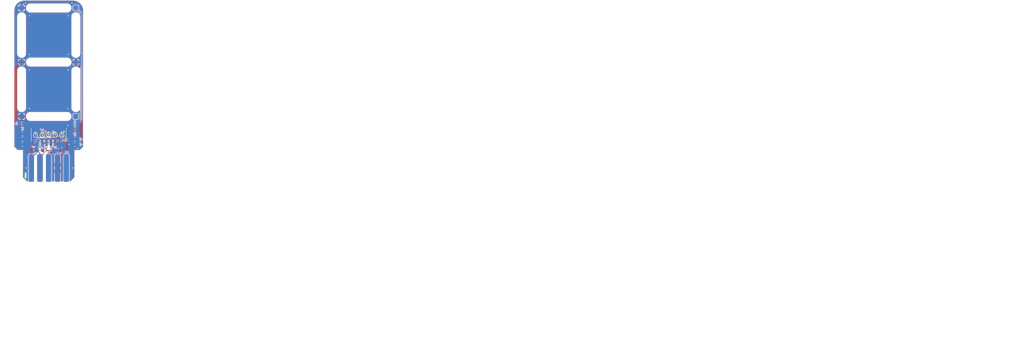
<source format=kicad_pcb>
(kicad_pcb (version 20240108) (generator "pcbnew") (generator_version "8.0")
  (layers (0 "F.Cu" signal) (31 "B.Cu" signal) (34 "B.Paste" user) (35 "F.Paste" user) (36 "B.SilkS" user "B.Silkscreen") (37 "F.SilkS" user "F.Silkscreen") (38 "B.Mask" user) (39 "F.Mask" user) (44 "Edge.Cuts" user))
  (net 0 "")
  (net 1 "MISO")
  (net 2 "GND")
  (net 3 "~{OE}")
  (net 4 "LATCH")
  (net 5 "CLK")
  (net 6 "~{CLEAR}")
  (net 7 "VCC")
  (net 8 "Net-(U1-QA)")
  (net 9 "Net-(U1-QB)")
  (net 10 "Net-(U1-QC)")
  (net 11 "Net-(U1-QD)")
  (net 12 "Net-(U1-QE)")
  (net 13 "Net-(U1-QF)")
  (net 14 "Net-(U1-QG)")
  (net 16 "CHAIN")
  (net 17 "/A")
  (net 18 "/B")
  (net 19 "/C")
  (net 20 "/D")
  (net 21 "/E")
  (net 22 "/F")
  (net 23 "/G")
  (footprint "footprints:edge-2.54-10p" (layer "F.Cu") (at 108.6358 87.122)
    (property "Reference" "J1" (hide yes))
    (property "Value" "Conn_02x05_Counter_Clockwise" (hide yes))
    (pad "1" smd roundrect (at -5.08 0) (size 1.6 8) (layers "F.Cu" "F.Mask") (net 1 "MISO"))
    (pad "2" smd roundrect (at -2.54 0) (size 1.6 8) (layers "F.Cu" "F.Mask") (net 6 "~{CLEAR}"))
    (pad "3" smd roundrect (at 0 0) (size 1.6 8) (layers "F.Cu" "F.Mask") (net 5 "CLK"))
    (pad "4" smd roundrect (at 2.54 0) (size 1.6 8) (layers "F.Cu" "F.Mask") (net 7 "VCC"))
    (pad "5" smd roundrect (at 5.08 0) (size 1.6 8) (layers "F.Cu" "F.Mask") (net 16 "CHAIN"))
    (pad "6" smd roundrect (at 5.08 0) (size 1.6 8) (layers "B.Cu" "B.Mask") (net 1 "MISO"))
    (pad "7" smd roundrect (at 2.54 0) (size 1.6 8) (layers "B.Cu" "B.Mask") (net 2 "GND"))
    (pad "8" smd roundrect (at 0 0) (size 1.6 8) (layers "B.Cu" "B.Mask") (net 3 "~{OE}"))
    (pad "9" smd roundrect (at -2.54 0) (size 1.6 8) (layers "B.Cu" "B.Mask") (net 4 "LATCH"))
    (pad "10" smd roundrect (at -5.08 0) (size 1.6 8) (layers "B.Cu" "B.Mask") (net 16 "CHAIN"))
  )
  (footprint "footprints:led_landing_pad" (layer "F.Cu") (at 116.5098 72.136)
    (property "Reference" "TP4" (hide yes))
    (property "Value" "C" (hide yes))
    (pad "1" smd roundrect (at 0 0) (size 1.524 1.524) (layers "F.Cu" "F.Mask") (roundrect_rratio 0.1640419948) (net 19 "/C"))
  )
  (footprint "Resistor_SMD:R_0603_1608Metric" (layer "F.Cu") (at 116.2558 77.216)
    (property "Reference" "R9" (hide yes))
    (property "Value" "270r")
    (pad "1" smd roundrect (at -0.825 0) (size 0.8 0.95) (layers "F.Cu" "F.Paste" "F.Mask") (net 11 "Net-(U1-QD)"))
    (pad "2" smd roundrect (at 0.825 0) (size 0.8 0.95) (layers "F.Cu" "F.Paste" "F.Mask") (net 20 "/D"))
  )
  (footprint "Resistor_SMD:R_0603_1608Metric" (layer "F.Cu") (at 101.0158 78.74)
    (property "Reference" "R2" (hide yes))
    (property "Value" "100k")
    (pad "1" smd roundrect (at -0.825 0) (size 0.8 0.95) (layers "F.Cu" "F.Paste" "F.Mask") (net 2 "GND"))
    (pad "2" smd roundrect (at 0.825 0) (size 0.8 0.95) (layers "F.Cu" "F.Paste" "F.Mask") (net 3 "~{OE}"))
  )
  (footprint "footprints:led_landing_pad" (layer "F.Cu") (at 100.7618 56.388)
    (property "Reference" "TP11" (hide yes))
    (property "Value" "GND" (hide yes))
    (pad "1" smd roundrect (at 0 0) (size 1.524 1.524) (layers "F.Cu" "F.Mask") (roundrect_rratio 0.1640419948) (net 2 "GND"))
  )
  (footprint "footprints:led_landing_pad" (layer "F.Cu") (at 100.7618 72.136)
    (property "Reference" "TP9" (hide yes))
    (property "Value" "GND" (hide yes))
    (pad "1" smd roundrect (at 0 0) (size 1.524 1.524) (layers "F.Cu" "F.Mask") (roundrect_rratio 0.1640419948) (net 2 "GND"))
  )
  (footprint "Resistor_SMD:R_0603_1608Metric" (layer "F.Cu") (at 116.2558 80.264)
    (property "Reference" "R6" (hide yes))
    (property "Value" "270r")
    (pad "1" smd roundrect (at -0.825 0) (size 0.8 0.95) (layers "F.Cu" "F.Paste" "F.Mask") (net 8 "Net-(U1-QA)"))
    (pad "2" smd roundrect (at 0.825 0) (size 0.8 0.95) (layers "F.Cu" "F.Paste" "F.Mask") (net 17 "/A"))
  )
  (footprint "LOGO" (layer "F.Cu") (at 110.5408 77.47)
    (property "Reference" "G***" (hide yes))
    (property "Value" "LOGO" (hide yes))
  )
  (footprint "Package_SO:SOIC-16_3.9x9.9mm_P1.27mm" (layer "F.Cu") (at 108.6358 77.47 -90)
    (property "Reference" "U1" (hide yes))
    (property "Value" "74HC595")
    (pad "1" smd roundrect (at -2.475 -4.445 270) (size 1.95 0.6) (layers "F.Cu" "F.Paste" "F.Mask") (net 9 "Net-(U1-QB)"))
    (pad "2" smd roundrect (at -2.475 -3.175 270) (size 1.95 0.6) (layers "F.Cu" "F.Paste" "F.Mask") (net 10 "Net-(U1-QC)"))
    (pad "3" smd roundrect (at -2.475 -1.905 270) (size 1.95 0.6) (layers "F.Cu" "F.Paste" "F.Mask") (net 11 "Net-(U1-QD)"))
    (pad "4" smd roundrect (at -2.475 -0.635 270) (size 1.95 0.6) (layers "F.Cu" "F.Paste" "F.Mask") (net 12 "Net-(U1-QE)"))
    (pad "5" smd roundrect (at -2.475 0.635 270) (size 1.95 0.6) (layers "F.Cu" "F.Paste" "F.Mask") (net 13 "Net-(U1-QF)"))
    (pad "6" smd roundrect (at -2.475 1.905 270) (size 1.95 0.6) (layers "F.Cu" "F.Paste" "F.Mask") (net 14 "Net-(U1-QG)"))
    (pad "7" smd roundrect (at -2.475 3.175 270) (size 1.95 0.6) (layers "F.Cu" "F.Paste" "F.Mask"))
    (pad "8" smd roundrect (at -2.475 4.445 270) (size 1.95 0.6) (layers "F.Cu" "F.Paste" "F.Mask") (net 2 "GND"))
    (pad "9" smd roundrect (at 2.475 4.445 270) (size 1.95 0.6) (layers "F.Cu" "F.Paste" "F.Mask") (net 16 "CHAIN"))
    (pad "10" smd roundrect (at 2.475 3.175 270) (size 1.95 0.6) (layers "F.Cu" "F.Paste" "F.Mask") (net 6 "~{CLEAR}"))
    (pad "11" smd roundrect (at 2.475 1.905 270) (size 1.95 0.6) (layers "F.Cu" "F.Paste" "F.Mask") (net 5 "CLK"))
    (pad "12" smd roundrect (at 2.475 0.635 270) (size 1.95 0.6) (layers "F.Cu" "F.Paste" "F.Mask") (net 4 "LATCH"))
    (pad "13" smd roundrect (at 2.475 -0.635 270) (size 1.95 0.6) (layers "F.Cu" "F.Paste" "F.Mask") (net 3 "~{OE}"))
    (pad "14" smd roundrect (at 2.475 -1.905 270) (size 1.95 0.6) (layers "F.Cu" "F.Paste" "F.Mask") (net 1 "MISO"))
    (pad "15" smd roundrect (at 2.475 -3.175 270) (size 1.95 0.6) (layers "F.Cu" "F.Paste" "F.Mask") (net 8 "Net-(U1-QA)"))
    (pad "16" smd roundrect (at 2.475 -4.445 270) (size 1.95 0.6) (layers "F.Cu" "F.Paste" "F.Mask") (net 7 "VCC"))
  )
  (footprint "footprints:led_landing_pad" (layer "F.Cu") (at 100.7618 40.64)
    (property "Reference" "TP13" (hide yes))
    (property "Value" "GND" (hide yes))
    (pad "1" smd roundrect (at 0 0) (size 1.524 1.524) (layers "F.Cu" "F.Mask") (roundrect_rratio 0.1640419948) (net 2 "GND"))
  )
  (footprint "LOGO" (layer "F.Cu") (at 106.7308 77.47)
    (property "Reference" "G***" (hide yes))
    (property "Value" "LOGO" (hide yes))
  )
  (footprint "Resistor_SMD:R_0603_1608Metric" (layer "F.Cu") (at 101.0158 74.168 180)
    (property "Reference" "R11" (hide yes))
    (property "Value" "270r")
    (pad "1" smd roundrect (at -0.825 0 180) (size 0.8 0.95) (layers "F.Cu" "F.Paste" "F.Mask") (net 13 "Net-(U1-QF)"))
    (pad "2" smd roundrect (at 0.825 0 180) (size 0.8 0.95) (layers "F.Cu" "F.Paste" "F.Mask") (net 22 "/F"))
  )
  (footprint "LOGO" (layer "F.Cu") (at 112.4458 77.47)
    (property "Reference" "G***" (hide yes))
    (property "Value" "LOGO" (hide yes))
  )
  (footprint "footprints:led_landing_pad" (layer "F.Cu") (at 116.5098 40.64)
    (property "Reference" "TP3" (hide yes))
    (property "Value" "B" (hide yes))
    (pad "1" smd roundrect (at 0 0) (size 1.524 1.524) (layers "F.Cu" "F.Mask") (roundrect_rratio 0.1640419948) (net 18 "/B"))
  )
  (footprint "LOGO" (layer "F.Cu") (at 108.6358 77.47)
    (property "Reference" "G***" (hide yes))
    (property "Value" "LOGO" (hide yes))
  )
  (footprint "Resistor_SMD:R_0603_1608Metric" (layer "F.Cu") (at 111.1758 82.042 180)
    (property "Reference" "R4" (hide yes))
    (property "Value" "100k")
    (pad "1" smd roundrect (at -0.825 0 180) (size 0.8 0.95) (layers "F.Cu" "F.Paste" "F.Mask") (net 2 "GND"))
    (pad "2" smd roundrect (at 0.825 0 180) (size 0.8 0.95) (layers "F.Cu" "F.Paste" "F.Mask") (net 5 "CLK"))
  )
  (footprint "Resistor_SMD:R_0603_1608Metric" (layer "F.Cu") (at 101.0158 77.216)
    (property "Reference" "R3" (hide yes))
    (property "Value" "100k")
    (pad "1" smd roundrect (at -0.825 0) (size 0.8 0.95) (layers "F.Cu" "F.Paste" "F.Mask") (net 2 "GND"))
    (pad "2" smd roundrect (at 0.825 0) (size 0.8 0.95) (layers "F.Cu" "F.Paste" "F.Mask") (net 1 "MISO"))
  )
  (footprint "LOGO" (layer "F.Cu") (at 104.8258 77.47)
    (property "Reference" "G***" (hide yes))
    (property "Value" "LOGO" (hide yes))
  )
  (footprint "Resistor_SMD:R_0603_1608Metric" (layer "F.Cu") (at 101.0158 80.264)
    (property "Reference" "R1" (hide yes))
    (property "Value" "100k")
    (pad "1" smd roundrect (at -0.825 0) (size 0.8 0.95) (layers "F.Cu" "F.Paste" "F.Mask") (net 2 "GND"))
    (pad "2" smd roundrect (at 0.825 0) (size 0.8 0.95) (layers "F.Cu" "F.Paste" "F.Mask") (net 4 "LATCH"))
  )
  (footprint "Resistor_SMD:R_0603_1608Metric" (layer "F.Cu") (at 116.2558 78.74)
    (property "Reference" "R12" (hide yes))
    (property "Value" "270r")
    (pad "1" smd roundrect (at -0.825 0) (size 0.8 0.95) (layers "F.Cu" "F.Paste" "F.Mask") (net 14 "Net-(U1-QG)"))
    (pad "2" smd roundrect (at 0.825 0) (size 0.8 0.95) (layers "F.Cu" "F.Paste" "F.Mask") (net 23 "/G"))
  )
  (footprint "footprints:led_landing_pad" (layer "F.Cu") (at 116.5098 56.388)
    (property "Reference" "TP12" (hide yes))
    (property "Value" "GND" (hide yes))
    (pad "1" smd roundrect (at 0 0) (size 1.524 1.524) (layers "F.Cu" "F.Mask") (roundrect_rratio 0.1640419948) (net 2 "GND"))
  )
  (footprint "Resistor_SMD:R_0603_1608Metric" (layer "F.Cu") (at 116.2558 74.168)
    (property "Reference" "R7" (hide yes))
    (property "Value" "270r")
    (pad "1" smd roundrect (at -0.825 0) (size 0.8 0.95) (layers "F.Cu" "F.Paste" "F.Mask") (net 9 "Net-(U1-QB)"))
    (pad "2" smd roundrect (at 0.825 0) (size 0.8 0.95) (layers "F.Cu" "F.Paste" "F.Mask") (net 18 "/B"))
  )
  (footprint "Resistor_SMD:R_0603_1608Metric" (layer "F.Cu") (at 106.0958 82.042)
    (property "Reference" "R5" (hide yes))
    (property "Value" "100k")
    (pad "1" smd roundrect (at -0.825 0) (size 0.8 0.95) (layers "F.Cu" "F.Paste" "F.Mask") (net 6 "~{CLEAR}"))
    (pad "2" smd roundrect (at 0.825 0) (size 0.8 0.95) (layers "F.Cu" "F.Paste" "F.Mask") (net 7 "VCC"))
  )
  (footprint "Resistor_SMD:R_0603_1608Metric" (layer "F.Cu") (at 116.2558 75.692)
    (property "Reference" "R8" (hide yes))
    (property "Value" "270r")
    (pad "1" smd roundrect (at -0.825 0) (size 0.8 0.95) (layers "F.Cu" "F.Paste" "F.Mask") (net 10 "Net-(U1-QC)"))
    (pad "2" smd roundrect (at 0.825 0) (size 0.8 0.95) (layers "F.Cu" "F.Paste" "F.Mask") (net 19 "/C"))
  )
  (footprint "Resistor_SMD:R_0603_1608Metric" (layer "F.Cu") (at 101.0158 75.692 180)
    (property "Reference" "R10" (hide yes))
    (property "Value" "270r")
    (pad "1" smd roundrect (at -0.825 0 180) (size 0.8 0.95) (layers "F.Cu" "F.Paste" "F.Mask") (net 12 "Net-(U1-QE)"))
    (pad "2" smd roundrect (at 0.825 0 180) (size 0.8 0.95) (layers "F.Cu" "F.Paste" "F.Mask") (net 21 "/E"))
  )
  (footprint "footprints:led_landing_pad" (layer "B.Cu") (at 116.5098 72.136 180)
    (property "Reference" "TP5" (hide yes))
    (property "Value" "D" (hide yes))
    (pad "1" smd roundrect (at 0 0 180) (size 1.524 1.524) (layers "B.Cu" "B.Mask") (roundrect_rratio 0.1640419948) (net 20 "/D"))
  )
  (footprint "footprints:led_landing_pad" (layer "B.Cu") (at 100.7618 56.388 180)
    (property "Reference" "TP7" (hide yes))
    (property "Value" "F" (hide yes))
    (pad "1" smd roundrect (at 0 0 180) (size 1.524 1.524) (layers "B.Cu" "B.Mask") (roundrect_rratio 0.1640419948) (net 22 "/F"))
  )
  (footprint "footprints:led_landing_pad" (layer "B.Cu") (at 116.5098 40.64 180)
    (property "Reference" "TP2" (hide yes))
    (property "Value" "A" (hide yes))
    (pad "1" smd roundrect (at 0 0 180) (size 1.524 1.524) (layers "B.Cu" "B.Mask") (roundrect_rratio 0.1640419948) (net 17 "/A"))
  )
  (footprint "footprints:led_landing_pad" (layer "B.Cu") (at 116.5098 56.388 180)
    (property "Reference" "TP8" (hide yes))
    (property "Value" "G" (hide yes))
    (pad "1" smd roundrect (at 0 0 180) (size 1.524 1.524) (layers "B.Cu" "B.Mask") (roundrect_rratio 0.1640419948) (net 23 "/G"))
  )
  (footprint "footprints:led_landing_pad" (layer "B.Cu") (at 100.7618 72.136 180)
    (property "Reference" "TP6" (hide yes))
    (property "Value" "E" (hide yes))
    (pad "1" smd roundrect (at 0 0 180) (size 1.524 1.524) (layers "B.Cu" "B.Mask") (roundrect_rratio 0.1640419948) (net 21 "/E"))
  )
  (footprint "footprints:led_landing_pad" (layer "B.Cu") (at 100.7618 40.64 180)
    (property "Reference" "TP10" (hide yes))
    (property "Value" "GND" (hide yes))
    (pad "1" smd roundrect (at 0 0 180) (size 1.524 1.524) (layers "B.Cu" "B.Mask") (roundrect_rratio 0.1640419948) (net 2 "GND"))
  )
  (gr_line (start 101.9048 89.916) (end 101.9048 88.646) (stroke (width 0.5)) (layer "F.SilkS"))
  (gr_arc (start 113.969801 70.993) (mid 115.1128 72.136) (end 113.969801 73.279) (stroke (width 0.05)) (layer "Edge.Cuts"))
  (gr_line (start 103.301799 73.279) (end 113.969801 73.279) (stroke (width 0.05)) (layer "Edge.Cuts"))
  (gr_arc (start 103.301799 57.531) (mid 102.1588 56.388) (end 103.301799 55.245) (stroke (width 0.05)) (layer "Edge.Cuts"))
  (gr_line (start 113.969801 39.497) (end 103.301799 39.497) (stroke (width 0.05)) (layer "Edge.Cuts"))
  (gr_line (start 101.9048 53.848002) (end 101.9048 43.18) (stroke (width 0.05)) (layer "Edge.Cuts"))
  (gr_arc (start 117.6528 53.848001) (mid 116.5098 54.991001) (end 115.3668 53.848001) (stroke (width 0.05)) (layer "Edge.Cuts"))
  (gr_line (start 101.9048 69.596001) (end 101.9048 58.927999) (stroke (width 0.05)) (layer "Edge.Cuts"))
  (gr_line (start 103.301799 41.783) (end 113.969801 41.783) (stroke (width 0.05)) (layer "Edge.Cuts"))
  (gr_line (start 116.2558 82.042) (end 117.7798 82.042) (stroke (width 0.05)) (layer "Edge.Cuts"))
  (gr_arc (start 113.969801 55.245) (mid 115.1128 56.388) (end 113.969801 57.531) (stroke (width 0.05)) (layer "Edge.Cuts"))
  (gr_arc (start 115.7478 38.354) (mid 117.903061 39.246739) (end 118.7958 41.402) (stroke (width 0.05)) (layer "Edge.Cuts"))
  (gr_arc (start 99.6188 58.927999) (mid 100.7618 57.784999) (end 101.9048 58.927999) (stroke (width 0.05)) (layer "Edge.Cuts"))
  (gr_line (start 113.969801 70.993) (end 103.301799 70.993) (stroke (width 0.05)) (layer "Edge.Cuts"))
  (gr_line (start 115.3668 43.179999) (end 115.3668 53.848001) (stroke (width 0.05)) (layer "Edge.Cuts"))
  (gr_arc (start 101.9048 69.596001) (mid 100.7618 70.739001) (end 99.6188 69.596001) (stroke (width 0.05)) (layer "Edge.Cuts"))
  (gr_line (start 98.4758 41.402) (end 98.4758 81.026) (stroke (width 0.05)) (layer "Edge.Cuts"))
  (gr_line (start 114.9858 91.186) (end 102.2858 91.186) (stroke (width 0.05)) (layer "Edge.Cuts"))
  (gr_line (start 99.6188 43.18) (end 99.6188 53.848002) (stroke (width 0.05)) (layer "Edge.Cuts"))
  (gr_arc (start 115.3668 43.179999) (mid 116.5098 42.036999) (end 117.6528 43.179999) (stroke (width 0.05)) (layer "Edge.Cuts"))
  (gr_line (start 101.0158 89.916) (end 101.0158 82.042) (stroke (width 0.05)) (layer "Edge.Cuts"))
  (gr_line (start 101.0158 82.042) (end 99.4918 82.042) (stroke (width 0.05)) (layer "Edge.Cuts"))
  (gr_arc (start 101.9048 53.848002) (mid 100.7618 54.991002) (end 99.6188 53.848002) (stroke (width 0.05)) (layer "Edge.Cuts"))
  (gr_line (start 118.7958 81.026) (end 117.7798 82.042) (stroke (width 0.05)) (layer "Edge.Cuts"))
  (gr_line (start 117.6528 69.596) (end 117.6528 58.927998) (stroke (width 0.05)) (layer "Edge.Cuts"))
  (gr_arc (start 117.6528 69.596) (mid 116.5098 70.739) (end 115.3668 69.596) (stroke (width 0.05)) (layer "Edge.Cuts"))
  (gr_arc (start 99.6188 43.18) (mid 100.7618 42.037) (end 101.9048 43.18) (stroke (width 0.05)) (layer "Edge.Cuts"))
  (gr_line (start 101.0158 89.916) (end 102.2858 91.186) (stroke (width 0.05)) (layer "Edge.Cuts"))
  (gr_line (start 103.301799 57.531) (end 113.969801 57.531) (stroke (width 0.05)) (layer "Edge.Cuts"))
  (gr_line (start 118.7958 81.026) (end 118.7958 41.402) (stroke (width 0.05)) (layer "Edge.Cuts"))
  (gr_arc (start 103.301799 41.783) (mid 102.1588 40.64) (end 103.301799 39.497) (stroke (width 0.05)) (layer "Edge.Cuts"))
  (gr_line (start 117.6528 53.848001) (end 117.6528 43.179999) (stroke (width 0.05)) (layer "Edge.Cuts"))
  (gr_line (start 116.2558 82.042) (end 116.2558 89.916) (stroke (width 0.05)) (layer "Edge.Cuts"))
  (gr_line (start 98.4758 81.026) (end 99.4918 82.042) (stroke (width 0.05)) (layer "Edge.Cuts"))
  (gr_arc (start 98.4758 41.402) (mid 99.368539 39.246739) (end 101.5238 38.354) (stroke (width 0.05)) (layer "Edge.Cuts"))
  (gr_line (start 115.7478 38.354) (end 101.5238 38.354) (stroke (width 0.05)) (layer "Edge.Cuts"))
  (gr_arc (start 113.969801 39.497) (mid 115.1128 40.64) (end 113.969801 41.783) (stroke (width 0.05)) (layer "Edge.Cuts"))
  (gr_line (start 116.2558 89.916) (end 114.9858 91.186) (stroke (width 0.05)) (layer "Edge.Cuts"))
  (gr_line (start 99.6188 58.927999) (end 99.6188 69.596001) (stroke (width 0.05)) (layer "Edge.Cuts"))
  (gr_line (start 113.969801 55.245) (end 103.301799 55.245) (stroke (width 0.05)) (layer "Edge.Cuts"))
  (gr_arc (start 115.3668 58.927998) (mid 116.5098 57.784998) (end 117.6528 58.927998) (stroke (width 0.05)) (layer "Edge.Cuts"))
  (gr_arc (start 103.301799 73.279) (mid 102.1588 72.136) (end 103.301799 70.993) (stroke (width 0.05)) (layer "Edge.Cuts"))
  (gr_line (start 115.3668 58.927998) (end 115.3668 69.596) (stroke (width 0.05)) (layer "Edge.Cuts"))
  (segment (start 108.7374 77.4192) (end 102.044 77.4192) (width 0.2) (layer "F.Cu") (net 1))
  (segment (start 104.8258 83.0072) (end 103.5558 84.2772) (width 0.2) (layer "F.Cu") (net 1))
  (segment (start 103.5558 84.2772) (end 103.5558 87.122) (width 0.2) (layer "F.Cu") (net 1))
  (segment (start 110.5408 80.9244) (end 110.5408 79.2226) (width 0.2) (layer "F.Cu") (net 1))
  (segment (start 102.044 77.4192) (end 101.8408 77.216) (width 0.2) (layer "F.Cu") (net 1))
  (segment (start 110.5408 79.2226) (end 108.7374 77.4192) (width 0.2) (layer "F.Cu") (net 1))
  (via (at 104.8258 83.0072) (size 0.6) (drill 0.3) (layers "F.Cu" "B.Cu") (net 1))
  (via (at 110.5408 80.9244) (size 0.6) (drill 0.3) (layers "F.Cu" "B.Cu") (net 1))
  (segment (start 107.914271 80.1624) (end 109.8042 80.1624) (width 0.2) (layer "B.Cu") (net 1))
  (segment (start 109.8042 80.1624) (end 110.5408 80.899) (width 0.2) (layer "B.Cu") (net 1))
  (segment (start 110.5408 80.899) (end 110.5408 80.9244) (width 0.2) (layer "B.Cu") (net 1))
  (segment (start 113.7158 87.122) (end 113.7158 84.0994) (width 0.2) (layer "B.Cu") (net 1))
  (segment (start 104.8258 83.0072) (end 105.791 82.042) (width 0.2) (layer "B.Cu") (net 1))
  (segment (start 106.5022 82.042) (end 107.061 81.4832) (width 0.2) (layer "B.Cu") (net 1))
  (segment (start 105.791 82.042) (end 106.5022 82.042) (width 0.2) (layer "B.Cu") (net 1))
  (segment (start 107.061 81.015671) (end 107.914271 80.1624) (width 0.2) (layer "B.Cu") (net 1))
  (segment (start 113.7158 84.0994) (end 110.5408 80.9244) (width 0.2) (layer "B.Cu") (net 1))
  (segment (start 107.061 81.4832) (end 107.061 81.015671) (width 0.2) (layer "B.Cu") (net 1))
  (via (at 114.2238 42.926) (size 0.6) (drill 0.3) (layers "F.Cu" "B.Cu") (net 2))
  (via (at 114.2238 74.803) (size 0.6) (drill 0.3) (layers "F.Cu" "B.Cu") (net 2))
  (via (at 114.5286 80.264) (size 0.6) (drill 0.3) (layers "F.Cu" "B.Cu") (net 2))
  (via (at 102.0318 87.122) (size 0.6) (drill 0.3) (layers "F.Cu" "B.Cu") (net 2))
  (via (at 114.2238 58.674) (size 0.6) (drill 0.3) (layers "F.Cu" "B.Cu") (net 2))
  (via (at 115.3668 39.243) (size 0.6) (drill 0.3) (layers "F.Cu" "B.Cu") (net 2))
  (via (at 117.0686 81.3816) (size 0.6) (drill 0.3) (layers "F.Cu" "B.Cu") (net 2))
  (via (at 112.4458 81.2292) (size 0.6) (drill 0.3) (layers "F.Cu" "B.Cu") (net 2))
  (via (at 115.4938 87.122) (size 0.6) (drill 0.3) (layers "F.Cu" "B.Cu") (net 2))
  (via (at 103.0478 54.102) (size 0.6) (drill 0.3) (layers "F.Cu" "B.Cu") (net 2))
  (via (at 104.267 82.042) (size 0.6) (drill 0.3) (layers "F.Cu" "B.Cu") (net 2))
  (via (at 114.2238 69.85) (size 0.6) (drill 0.3) (layers "F.Cu" "B.Cu") (net 2))
  (via (at 103.0478 42.926) (size 0.6) (drill 0.3) (layers "F.Cu" "B.Cu") (net 2))
  (via (at 103.0478 69.85) (size 0.6) (drill 0.3) (layers "F.Cu" "B.Cu") (net 2))
  (via (at 103.0478 58.674) (size 0.6) (drill 0.3) (layers "F.Cu" "B.Cu") (net 2))
  (via (at 101.9048 39.243) (size 0.6) (drill 0.3) (layers "F.Cu" "B.Cu") (net 2))
  (via (at 114.2238 54.102) (size 0.6) (drill 0.3) (layers "F.Cu" "B.Cu") (net 2))
  (via (at 109.9058 83.0072) (size 0.6) (drill 0.3) (layers "F.Cu" "B.Cu") (net 2))
  (segment (start 109.2708 80.9244) (end 109.2708 79.945) (width 0.2) (layer "F.Cu") (net 3))
  (segment (start 109.2708 79.2734) (end 108.0262 78.0288) (width 0.2) (layer "F.Cu") (net 3))
  (segment (start 102.552 78.0288) (end 101.8408 78.74) (width 0.2) (layer "F.Cu") (net 3))
  (segment (start 109.2708 80.9244) (end 109.2708 79.2734) (width 0.2) (layer "F.Cu") (net 3))
  (segment (start 108.0262 78.0288) (end 102.552 78.0288) (width 0.2) (layer "F.Cu") (net 3))
  (via (at 109.2708 80.9244) (size 0.6) (drill 0.3) (layers "F.Cu" "B.Cu") (net 3))
  (segment (start 109.2708 83.185) (end 108.6358 83.82) (width 0.2) (layer "B.Cu") (net 3))
  (segment (start 109.2708 80.9244) (end 109.2708 83.185) (width 0.2) (layer "B.Cu") (net 3))
  (segment (start 108.6358 83.82) (end 108.6358 87.122) (width 0.2) (layer "B.Cu") (net 3))
  (segment (start 107.3466 78.67) (end 103.4348 78.67) (width 0.2) (layer "F.Cu") (net 4))
  (segment (start 108.0008 79.3242) (end 107.3466 78.67) (width 0.2) (layer "F.Cu") (net 4))
  (segment (start 108.0008 80.9244) (end 108.0008 79.3242) (width 0.2) (layer "F.Cu") (net 4))
  (segment (start 103.4348 78.67) (end 101.8408 80.264) (width 0.2) (layer "F.Cu") (net 4))
  (via (at 108.0008 80.9244) (size 0.6) (drill 0.3) (layers "F.Cu" "B.Cu") (net 4))
  (segment (start 108.0008 82.0674) (end 106.0958 83.9724) (width 0.2) (layer "B.Cu") (net 4))
  (segment (start 108.0008 80.9244) (end 108.0008 82.0674) (width 0.2) (layer "B.Cu") (net 4))
  (segment (start 106.0958 83.9724) (end 106.0958 87.122) (width 0.2) (layer "B.Cu") (net 4))
  (segment (start 108.1786 82.042) (end 108.482248 82.042) (width 0.2) (layer "F.Cu") (net 5))
  (segment (start 108.482248 86.968448) (end 108.6358 87.122) (width 0.2) (layer "F.Cu") (net 5))
  (segment (start 106.7308 80.5942) (end 108.1786 82.042) (width 0.2) (layer "F.Cu") (net 5))
  (segment (start 106.7308 79.945) (end 106.7308 80.5942) (width 0.2) (layer "F.Cu") (net 5))
  (segment (start 108.482248 82.042) (end 110.3508 82.042) (width 0.2) (layer "F.Cu") (net 5))
  (segment (start 108.482248 82.042) (end 108.482248 86.968448) (width 0.2) (layer "F.Cu") (net 5))
  (segment (start 105.4608 79.945) (end 105.4608 81.852) (width 0.2) (layer "F.Cu") (net 6))
  (segment (start 106.0958 82.867) (end 106.0958 87.122) (width 0.2) (layer "F.Cu") (net 6))
  (segment (start 105.2708 82.042) (end 106.0958 82.867) (width 0.2) (layer "F.Cu") (net 6))
  (segment (start 105.4608 81.852) (end 105.2708 82.042) (width 0.2) (layer "F.Cu") (net 6))
  (segment (start 113.0808 82.149648) (end 111.1758 84.054648) (width 0.2) (layer "F.Cu") (net 7))
  (segment (start 106.8578 82.042) (end 106.0958 81.28) (width 0.2) (layer "F.Cu") (net 7))
  (segment (start 111.1758 84.054648) (end 111.1758 87.122) (width 0.2) (layer "F.Cu") (net 7))
  (segment (start 113.0808 79.27) (end 113.0808 82.149648) (width 0.2) (layer "F.Cu") (net 7))
  (segment (start 106.9208 82.042) (end 106.8578 82.042) (width 0.2) (layer "F.Cu") (net 7))
  (via (at 106.0958 81.28) (size 0.6) (drill 0.3) (layers "F.Cu" "B.Cu") (net 7))
  (via (at 113.0808 79.27) (size 0.6) (drill 0.3) (layers "F.Cu" "B.Cu") (net 7))
  (segment (start 106.0958 81.28) (end 106.0958 79.6544) (width 0.2) (layer "B.Cu") (net 7))
  (segment (start 106.0958 79.6544) (end 106.4802 79.27) (width 0.2) (layer "B.Cu") (net 7))
  (segment (start 106.4802 79.27) (end 113.0808 79.27) (width 0.2) (layer "B.Cu") (net 7))
  (segment (start 111.8108 78.970001) (end 112.110801 78.67) (width 0.2) (layer "F.Cu") (net 8))
  (segment (start 112.110801 78.67) (end 113.8368 78.67) (width 0.2) (layer "F.Cu") (net 8))
  (segment (start 113.8368 78.67) (end 115.4308 80.264) (width 0.2) (layer "F.Cu") (net 8))
  (segment (start 111.8108 79.945) (end 111.8108 78.970001) (width 0.2) (layer "F.Cu") (net 8))
  (segment (start 113.2078 74.168) (end 113.0808 74.295) (width 0.2) (layer "F.Cu") (net 9))
  (segment (start 115.4308 74.168) (end 113.2078 74.168) (width 0.2) (layer "F.Cu") (net 9))
  (segment (start 113.0808 74.295) (end 113.0808 74.995) (width 0.2) (layer "F.Cu") (net 9))
  (segment (start 111.8108 75.692) (end 112.3888 76.27) (width 0.2) (layer "F.Cu") (net 10))
  (segment (start 111.8108 74.995) (end 111.8108 75.692) (width 0.2) (layer "F.Cu") (net 10))
  (segment (start 113.6458 76.27) (end 114.2238 75.692) (width 0.2) (layer "F.Cu") (net 10))
  (segment (start 112.3888 76.27) (end 113.6458 76.27) (width 0.2) (layer "F.Cu") (net 10))
  (segment (start 114.2238 75.692) (end 115.4308 75.692) (width 0.2) (layer "F.Cu") (net 10))
  (segment (start 115.4308 77.216) (end 114.9228 76.708) (width 0.2) (layer "F.Cu") (net 11))
  (segment (start 110.5408 75.692) (end 110.5408 74.995) (width 0.2) (layer "F.Cu") (net 11))
  (segment (start 114.9228 76.708) (end 111.5568 76.708) (width 0.2) (layer "F.Cu") (net 11))
  (segment (start 111.5568 76.708) (end 110.5408 75.692) (width 0.2) (layer "F.Cu") (net 11))
  (segment (start 108.0326 76.9048) (end 103.0536 76.9048) (width 0.2) (layer "F.Cu") (net 12))
  (segment (start 103.0536 76.9048) (end 101.8408 75.692) (width 0.2) (layer "F.Cu") (net 12))
  (segment (start 109.2708 74.995) (end 109.2708 75.6666) (width 0.2) (layer "F.Cu") (net 12))
  (segment (start 109.2708 75.6666) (end 108.0326 76.9048) (width 0.2) (layer "F.Cu") (net 12))
  (segment (start 101.8408 74.168) (end 101.8408 74.3834) (width 0.2) (layer "F.Cu") (net 13))
  (segment (start 107.061 76.5048) (end 108.0008 75.565) (width 0.2) (layer "F.Cu") (net 13))
  (segment (start 108.0008 75.565) (end 108.0008 74.995) (width 0.2) (layer "F.Cu") (net 13))
  (segment (start 101.8408 74.3834) (end 103.9622 76.5048) (width 0.2) (layer "F.Cu") (net 13))
  (segment (start 103.9622 76.5048) (end 107.061 76.5048) (width 0.2) (layer "F.Cu") (net 13))
  (segment (start 115.4308 78.677) (end 115.4308 78.74) (width 0.2) (layer "F.Cu") (net 14))
  (segment (start 110.7186 77.6224) (end 114.3762 77.6224) (width 0.2) (layer "F.Cu") (net 14))
  (segment (start 114.3762 77.6224) (end 115.4308 78.677) (width 0.2) (layer "F.Cu") (net 14))
  (segment (start 109.9058 76.8096) (end 110.7186 77.6224) (width 0.2) (layer "F.Cu") (net 14))
  (via (at 109.9058 76.8096) (size 0.6) (drill 0.3) (layers "F.Cu" "B.Cu") (net 14))
  (via (at 106.7308 75.8952) (size 0.6) (drill 0.3) (layers "F.Cu" "B.Cu") (net 14))
  (segment (start 109.9058 76.8096) (end 107.6452 76.8096) (width 0.2) (layer "B.Cu") (net 14))
  (segment (start 107.6452 76.8096) (end 106.7308 75.8952) (width 0.2) (layer "B.Cu") (net 14))
  (segment (start 113.919 86.9188) (end 113.7158 87.122) (width 0.2) (layer "F.Cu") (net 16))
  (segment (start 113.919 82.6008) (end 113.919 86.9188) (width 0.2) (layer "F.Cu") (net 16))
  (via (at 104.1908 80.9244) (size 0.6) (drill 0.3) (layers "F.Cu" "B.Cu") (net 16))
  (via (at 113.919 82.6008) (size 0.6) (drill 0.3) (layers "F.Cu" "B.Cu") (net 16))
  (segment (start 106.045 78.1304) (end 104.1908 79.9846) (width 0.2) (layer "B.Cu") (net 16))
  (segment (start 104.1908 79.9846) (end 104.1908 80.9244) (width 0.2) (layer "B.Cu") (net 16))
  (segment (start 113.919 82.6008) (end 113.919 78.6638) (width 0.2) (layer "B.Cu") (net 16))
  (segment (start 103.5558 81.5594) (end 103.5558 87.122) (width 0.2) (layer "B.Cu") (net 16))
  (segment (start 113.3856 78.1304) (end 106.045 78.1304) (width 0.2) (layer "B.Cu") (net 16))
  (segment (start 104.1908 80.9244) (end 103.5558 81.5594) (width 0.2) (layer "B.Cu") (net 16))
  (segment (start 113.919 78.6638) (end 113.3856 78.1304) (width 0.2) (layer "B.Cu") (net 16))
  (segment (start 117.0808 80.264) (end 117.9068 80.264) (width 0.2) (layer "F.Cu") (net 17))
  (via (at 117.9068 80.264) (size 0.6) (drill 0.3) (layers "F.Cu" "B.Cu") (net 17))
  (segment (start 118.4958 42.626) (end 118.4958 79.675) (width 0.2) (layer "B.Cu") (net 17))
  (segment (start 118.4958 79.675) (end 117.9068 80.264) (width 0.2) (layer "B.Cu") (net 17))
  (segment (start 116.5098 40.64) (end 118.4958 42.626) (width 0.2) (layer "B.Cu") (net 17))
  (segment (start 118.0338 42.164) (end 116.5098 40.64) (width 0.2) (layer "F.Cu") (net 18))
  (segment (start 116.5098 40.64) (end 116.528704 40.64) (width 0.2) (layer "F.Cu") (net 18))
  (segment (start 117.0808 74.168) (end 118.0338 73.215) (width 0.2) (layer "F.Cu") (net 18))
  (segment (start 118.0338 73.215) (end 118.0338 42.164) (width 0.2) (layer "F.Cu") (net 18))
  (segment (start 116.2558 74.867) (end 117.0808 75.692) (width 0.2) (layer "F.Cu") (net 19))
  (segment (start 116.5098 72.39) (end 116.2558 72.644) (width 0.2) (layer "F.Cu") (net 19))
  (segment (start 116.5098 72.136) (end 116.5098 72.39) (width 0.2) (layer "F.Cu") (net 19))
  (segment (start 116.5098 72.136) (end 116.2558 72.39) (width 0.2) (layer "F.Cu") (net 19))
  (segment (start 116.2558 72.39) (end 116.2558 74.867) (width 0.2) (layer "F.Cu") (net 19))
  (segment (start 117.0808 77.216) (end 116.3308 77.216) (width 0.2) (layer "F.Cu") (net 20))
  (via (at 116.3308 77.216) (size 0.6) (drill 0.3) (layers "F.Cu" "B.Cu") (net 20))
  (segment (start 116.3308 77.216) (end 116.2558 77.141) (width 0.2) (layer "B.Cu") (net 20))
  (segment (start 116.2558 77.141) (end 116.2558 72.39) (width 0.2) (layer "B.Cu") (net 20))
  (segment (start 116.2558 72.39) (end 116.5098 72.136) (width 0.2) (layer "B.Cu") (net 20))
  (segment (start 100.9408 75.692) (end 100.1908 75.692) (width 0.2) (layer "F.Cu") (net 21))
  (via (at 100.9408 75.692) (size 0.6) (drill 0.3) (layers "F.Cu" "B.Cu") (net 21))
  (segment (start 100.7618 72.136) (end 100.9408 72.315) (width 0.2) (layer "B.Cu") (net 21))
  (segment (start 100.9408 72.315) (end 100.9408 75.692) (width 0.2) (layer "B.Cu") (net 21))
  (segment (start 99.3394 74.168) (end 100.1908 74.168) (width 0.2) (layer "F.Cu") (net 22))
  (via (at 99.3394 74.168) (size 0.6) (drill 0.3) (layers "F.Cu" "B.Cu") (net 22))
  (segment (start 99.0346 73.8632) (end 99.3394 74.168) (width 0.2) (layer "B.Cu") (net 22))
  (segment (start 99.0346 58.1152) (end 99.0346 61.2648) (width 0.2) (layer "B.Cu") (net 22))
  (segment (start 99.0346 61.2648) (end 99.0346 73.8632) (width 0.2) (layer "B.Cu") (net 22))
  (segment (start 100.7618 56.388) (end 99.0346 58.1152) (width 0.2) (layer "B.Cu") (net 22))
  (segment (start 117.0808 78.74) (end 117.8958 78.74) (width 0.2) (layer "F.Cu") (net 23))
  (via (at 117.8958 78.74) (size 0.6) (drill 0.3) (layers "F.Cu" "B.Cu") (net 23))
  (segment (start 118.0338 78.602) (end 117.8958 78.74) (width 0.2) (layer "B.Cu") (net 23))
  (segment (start 118.0338 57.912) (end 118.0338 78.602) (width 0.2) (layer "B.Cu") (net 23))
  (segment (start 116.5098 56.388) (end 118.0338 57.912) (width 0.2) (layer "B.Cu") (net 23))
  (zone (net 2) (net_name "GND") (layers "F&B.Cu") (connect_pads (clearance 0.2)) (min_thickness 0.15) (fill yes (thermal_gap 0.25) (thermal_bridge_width 0.5))
    (polygon (pts (xy 98.552 38.354) (xy 118.872 38.354) (xy 118.7958 91.186) (xy 98.4758 91.186)))
  )
)
</source>
